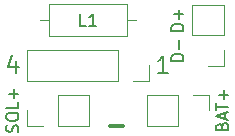
<source format=gbr>
%TF.GenerationSoftware,KiCad,Pcbnew,6.0.9-1.fc36*%
%TF.CreationDate,2022-11-19T00:25:19+01:00*%
%TF.ProjectId,solar,736f6c61-722e-46b6-9963-61645f706362,rev?*%
%TF.SameCoordinates,Original*%
%TF.FileFunction,Legend,Top*%
%TF.FilePolarity,Positive*%
%FSLAX46Y46*%
G04 Gerber Fmt 4.6, Leading zero omitted, Abs format (unit mm)*
G04 Created by KiCad (PCBNEW 6.0.9-1.fc36) date 2022-11-19 00:25:19*
%MOMM*%
%LPD*%
G01*
G04 APERTURE LIST*
%ADD10C,0.150000*%
%ADD11C,0.300000*%
%ADD12C,0.120000*%
G04 APERTURE END LIST*
D10*
X182808571Y-110577142D02*
X182856190Y-110434285D01*
X182903809Y-110386666D01*
X182999047Y-110339047D01*
X183141904Y-110339047D01*
X183237142Y-110386666D01*
X183284761Y-110434285D01*
X183332380Y-110529523D01*
X183332380Y-110910476D01*
X182332380Y-110910476D01*
X182332380Y-110577142D01*
X182380000Y-110481904D01*
X182427619Y-110434285D01*
X182522857Y-110386666D01*
X182618095Y-110386666D01*
X182713333Y-110434285D01*
X182760952Y-110481904D01*
X182808571Y-110577142D01*
X182808571Y-110910476D01*
X183046666Y-109958095D02*
X183046666Y-109481904D01*
X183332380Y-110053333D02*
X182332380Y-109720000D01*
X183332380Y-109386666D01*
X182332380Y-109196190D02*
X182332380Y-108624761D01*
X183332380Y-108910476D02*
X182332380Y-108910476D01*
X182951428Y-108291428D02*
X182951428Y-107529523D01*
X183332380Y-107910476D02*
X182570476Y-107910476D01*
X179522380Y-105020952D02*
X178522380Y-105020952D01*
X178522380Y-104782857D01*
X178570000Y-104640000D01*
X178665238Y-104544761D01*
X178760476Y-104497142D01*
X178950952Y-104449523D01*
X179093809Y-104449523D01*
X179284285Y-104497142D01*
X179379523Y-104544761D01*
X179474761Y-104640000D01*
X179522380Y-104782857D01*
X179522380Y-105020952D01*
X179141428Y-104020952D02*
X179141428Y-103259047D01*
X165385714Y-105088571D02*
X165385714Y-106088571D01*
X165028571Y-104517142D02*
X164671428Y-105588571D01*
X165600000Y-105588571D01*
X178228571Y-106088571D02*
X177371428Y-106088571D01*
X177800000Y-106088571D02*
X177800000Y-104588571D01*
X177657142Y-104802857D01*
X177514285Y-104945714D01*
X177371428Y-105017142D01*
X165504761Y-111053333D02*
X165552380Y-110910476D01*
X165552380Y-110672380D01*
X165504761Y-110577142D01*
X165457142Y-110529523D01*
X165361904Y-110481904D01*
X165266666Y-110481904D01*
X165171428Y-110529523D01*
X165123809Y-110577142D01*
X165076190Y-110672380D01*
X165028571Y-110862857D01*
X164980952Y-110958095D01*
X164933333Y-111005714D01*
X164838095Y-111053333D01*
X164742857Y-111053333D01*
X164647619Y-111005714D01*
X164600000Y-110958095D01*
X164552380Y-110862857D01*
X164552380Y-110624761D01*
X164600000Y-110481904D01*
X164552380Y-109862857D02*
X164552380Y-109672380D01*
X164600000Y-109577142D01*
X164695238Y-109481904D01*
X164885714Y-109434285D01*
X165219047Y-109434285D01*
X165409523Y-109481904D01*
X165504761Y-109577142D01*
X165552380Y-109672380D01*
X165552380Y-109862857D01*
X165504761Y-109958095D01*
X165409523Y-110053333D01*
X165219047Y-110100952D01*
X164885714Y-110100952D01*
X164695238Y-110053333D01*
X164600000Y-109958095D01*
X164552380Y-109862857D01*
X165552380Y-108529523D02*
X165552380Y-109005714D01*
X164552380Y-109005714D01*
X165171428Y-108196190D02*
X165171428Y-107434285D01*
X165552380Y-107815238D02*
X164790476Y-107815238D01*
D11*
X173291571Y-110597142D02*
X174434428Y-110597142D01*
D10*
X179522380Y-102480952D02*
X178522380Y-102480952D01*
X178522380Y-102242857D01*
X178570000Y-102100000D01*
X178665238Y-102004761D01*
X178760476Y-101957142D01*
X178950952Y-101909523D01*
X179093809Y-101909523D01*
X179284285Y-101957142D01*
X179379523Y-102004761D01*
X179474761Y-102100000D01*
X179522380Y-102242857D01*
X179522380Y-102480952D01*
X179141428Y-101480952D02*
X179141428Y-100719047D01*
X179522380Y-101100000D02*
X178760476Y-101100000D01*
%TO.C,L1*%
X171283333Y-102052380D02*
X170807142Y-102052380D01*
X170807142Y-101052380D01*
X172140476Y-102052380D02*
X171569047Y-102052380D01*
X171854761Y-102052380D02*
X171854761Y-101052380D01*
X171759523Y-101195238D01*
X171664285Y-101290476D01*
X171569047Y-101338095D01*
D12*
%TO.C,SC1*%
X168910000Y-107890000D02*
X171510000Y-107890000D01*
X168910000Y-110550000D02*
X168910000Y-107890000D01*
X166310000Y-110550000D02*
X166310000Y-109220000D01*
X167640000Y-110550000D02*
X166310000Y-110550000D01*
X168910000Y-110550000D02*
X171510000Y-110550000D01*
X171510000Y-110550000D02*
X171510000Y-107890000D01*
%TO.C,L1*%
X168180000Y-100230000D02*
X168180000Y-102970000D01*
X168180000Y-102970000D02*
X174720000Y-102970000D01*
X167410000Y-101600000D02*
X168180000Y-101600000D01*
X174720000Y-102970000D02*
X174720000Y-100230000D01*
X174720000Y-100230000D02*
X168180000Y-100230000D01*
X175490000Y-101600000D02*
X174720000Y-101600000D01*
%TO.C,D1*%
X182940000Y-102870000D02*
X180280000Y-102870000D01*
X182940000Y-104140000D02*
X182940000Y-105470000D01*
X182940000Y-105470000D02*
X181610000Y-105470000D01*
X182940000Y-102870000D02*
X182940000Y-100270000D01*
X180280000Y-102870000D02*
X180280000Y-100270000D01*
X182940000Y-100270000D02*
X180280000Y-100270000D01*
%TO.C,1*%
X176590000Y-105410000D02*
X176590000Y-106740000D01*
X173990000Y-106740000D02*
X166310000Y-106740000D01*
X176590000Y-106740000D02*
X175260000Y-106740000D01*
X173990000Y-104080000D02*
X173990000Y-106740000D01*
X173990000Y-104080000D02*
X166310000Y-104080000D01*
X166310000Y-104080000D02*
X166310000Y-106740000D01*
%TO.C,BT1*%
X181670000Y-107890000D02*
X181670000Y-109220000D01*
X176470000Y-107890000D02*
X176470000Y-110550000D01*
X180340000Y-107890000D02*
X181670000Y-107890000D01*
X179070000Y-110550000D02*
X176470000Y-110550000D01*
X179070000Y-107890000D02*
X179070000Y-110550000D01*
X179070000Y-107890000D02*
X176470000Y-107890000D01*
%TD*%
M02*

</source>
